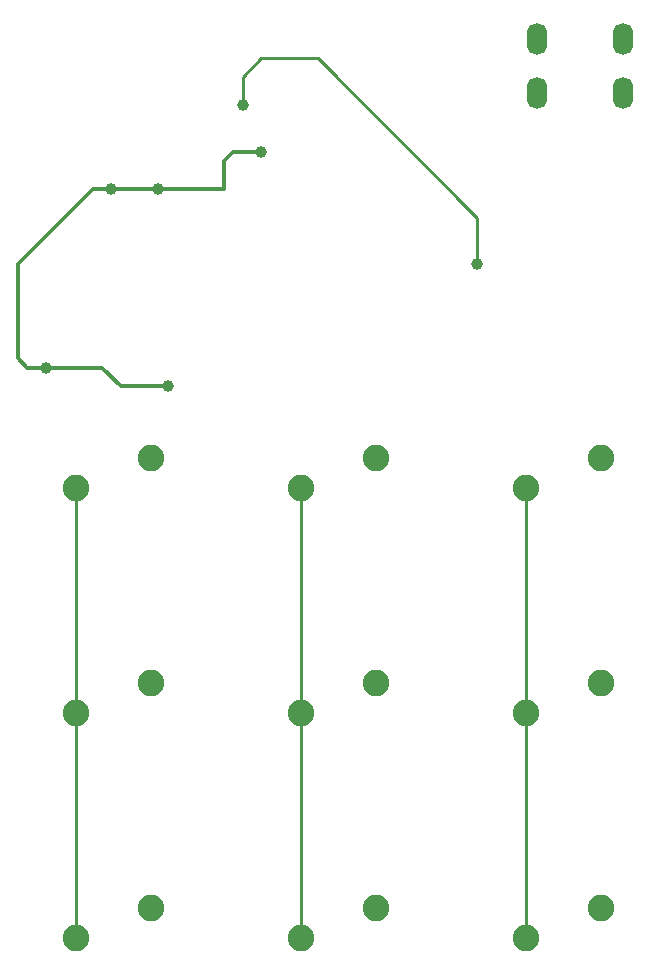
<source format=gbr>
%TF.GenerationSoftware,KiCad,Pcbnew,(5.1.9)-1*%
%TF.CreationDate,2021-02-16T15:15:00-07:00*%
%TF.ProjectId,keyboard_design_example,6b657962-6f61-4726-945f-64657369676e,rev?*%
%TF.SameCoordinates,Original*%
%TF.FileFunction,Copper,L1,Top*%
%TF.FilePolarity,Positive*%
%FSLAX46Y46*%
G04 Gerber Fmt 4.6, Leading zero omitted, Abs format (unit mm)*
G04 Created by KiCad (PCBNEW (5.1.9)-1) date 2021-02-16 15:15:00*
%MOMM*%
%LPD*%
G01*
G04 APERTURE LIST*
%TA.AperFunction,ComponentPad*%
%ADD10C,2.250000*%
%TD*%
%TA.AperFunction,ComponentPad*%
%ADD11O,1.700000X2.700000*%
%TD*%
%TA.AperFunction,ViaPad*%
%ADD12C,1.000000*%
%TD*%
%TA.AperFunction,Conductor*%
%ADD13C,0.350000*%
%TD*%
%TA.AperFunction,Conductor*%
%ADD14C,0.254000*%
%TD*%
G04 APERTURE END LIST*
D10*
%TO.P,MX4,2*%
%TO.N,Net-(D4-Pad2)*%
X24765000Y-163195000D03*
%TO.P,MX4,1*%
%TO.N,COL0*%
X18415000Y-165735000D03*
%TD*%
%TO.P,MX1,2*%
%TO.N,Net-(D1-Pad2)*%
X24765000Y-144145000D03*
%TO.P,MX1,1*%
%TO.N,COL0*%
X18415000Y-146685000D03*
%TD*%
%TO.P,MX6,2*%
%TO.N,Net-(D6-Pad2)*%
X62865000Y-163195000D03*
%TO.P,MX6,1*%
%TO.N,COL2*%
X56515000Y-165735000D03*
%TD*%
%TO.P,MX9,2*%
%TO.N,Net-(D9-Pad2)*%
X62865000Y-182245000D03*
%TO.P,MX9,1*%
%TO.N,COL2*%
X56515000Y-184785000D03*
%TD*%
%TO.P,MX2,2*%
%TO.N,Net-(D2-Pad2)*%
X43815000Y-144145000D03*
%TO.P,MX2,1*%
%TO.N,COL1*%
X37465000Y-146685000D03*
%TD*%
%TO.P,MX5,2*%
%TO.N,Net-(D5-Pad2)*%
X43815000Y-163195000D03*
%TO.P,MX5,1*%
%TO.N,COL1*%
X37465000Y-165735000D03*
%TD*%
%TO.P,MX8,2*%
%TO.N,Net-(D8-Pad2)*%
X43815000Y-182245000D03*
%TO.P,MX8,1*%
%TO.N,COL1*%
X37465000Y-184785000D03*
%TD*%
%TO.P,MX7,2*%
%TO.N,Net-(D7-Pad2)*%
X24765000Y-182245000D03*
%TO.P,MX7,1*%
%TO.N,COL0*%
X18415000Y-184785000D03*
%TD*%
%TO.P,MX3,2*%
%TO.N,Net-(D3-Pad2)*%
X62865000Y-144145000D03*
%TO.P,MX3,1*%
%TO.N,COL2*%
X56515000Y-146685000D03*
%TD*%
D11*
%TO.P,USB1,6*%
%TO.N,Net-(USB1-Pad6)*%
X57468750Y-108743750D03*
X64768750Y-108743750D03*
X64768750Y-113243750D03*
X57468750Y-113243750D03*
%TD*%
D12*
%TO.N,+5V*%
X34131250Y-118268750D03*
X15875000Y-136525000D03*
X26193750Y-138112500D03*
X25400000Y-121443750D03*
X21431250Y-121443750D03*
%TO.N,Net-(R3-Pad2)*%
X52387500Y-127793750D03*
X32543750Y-114300000D03*
%TD*%
D13*
%TO.N,+5V*%
X34131250Y-118268750D02*
X31750000Y-118268750D01*
X31750000Y-118268750D02*
X30956250Y-119062500D01*
X30956250Y-119062500D02*
X30956250Y-121443750D01*
X30956250Y-121443750D02*
X25400000Y-121443750D01*
X25400000Y-121443750D02*
X21431250Y-121443750D01*
X22225000Y-138112500D02*
X25400000Y-138112500D01*
X20637500Y-136525000D02*
X22225000Y-138112500D01*
X15875000Y-136525000D02*
X20637500Y-136525000D01*
X13493750Y-135731250D02*
X14287500Y-136525000D01*
X13493750Y-127793750D02*
X13493750Y-135731250D01*
X19843750Y-121443750D02*
X13493750Y-127793750D01*
X14287500Y-136525000D02*
X15875000Y-136525000D01*
X21431250Y-121443750D02*
X19843750Y-121443750D01*
X25400000Y-138112500D02*
X26193750Y-138112500D01*
D14*
%TO.N,COL0*%
X18415000Y-184785000D02*
X18415000Y-165735000D01*
X18415000Y-146685000D02*
X18415000Y-165735000D01*
%TO.N,COL1*%
X37465000Y-146685000D02*
X37465000Y-165735000D01*
X37465000Y-165735000D02*
X37465000Y-184785000D01*
%TO.N,Net-(R3-Pad2)*%
X34131250Y-110331250D02*
X32543750Y-111918750D01*
X38893750Y-110331250D02*
X34131250Y-110331250D01*
X32543750Y-111918750D02*
X32543750Y-114300000D01*
X52387500Y-123825000D02*
X38893750Y-110331250D01*
X52387500Y-127793750D02*
X52387500Y-123825000D01*
%TO.N,COL2*%
X56515000Y-146685000D02*
X56515000Y-165735000D01*
X56515000Y-165735000D02*
X56515000Y-184785000D01*
%TD*%
M02*

</source>
